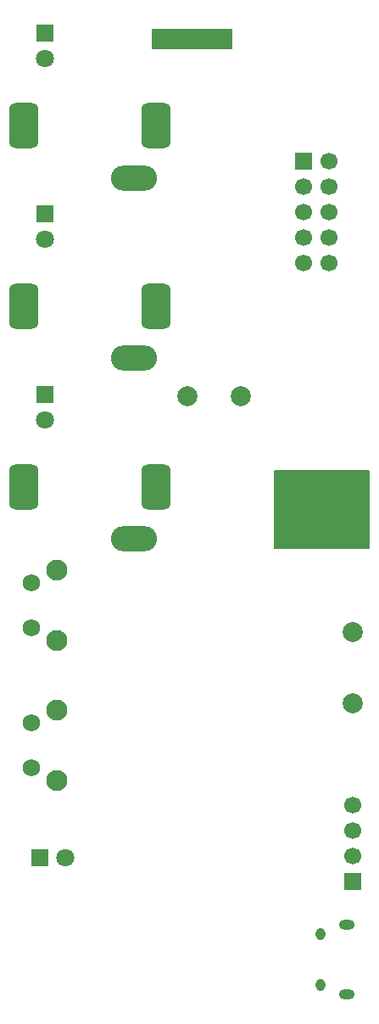
<source format=gbr>
%TF.GenerationSoftware,KiCad,Pcbnew,(6.0.1)*%
%TF.CreationDate,2022-03-12T16:38:44+00:00*%
%TF.ProjectId,Ball_Base_Components,42616c6c-5f42-4617-9365-5f436f6d706f,rev?*%
%TF.SameCoordinates,Original*%
%TF.FileFunction,Soldermask,Bot*%
%TF.FilePolarity,Negative*%
%FSLAX46Y46*%
G04 Gerber Fmt 4.6, Leading zero omitted, Abs format (unit mm)*
G04 Created by KiCad (PCBNEW (6.0.1)) date 2022-03-12 16:38:44*
%MOMM*%
%LPD*%
G01*
G04 APERTURE LIST*
G04 Aperture macros list*
%AMRoundRect*
0 Rectangle with rounded corners*
0 $1 Rounding radius*
0 $2 $3 $4 $5 $6 $7 $8 $9 X,Y pos of 4 corners*
0 Add a 4 corners polygon primitive as box body*
4,1,4,$2,$3,$4,$5,$6,$7,$8,$9,$2,$3,0*
0 Add four circle primitives for the rounded corners*
1,1,$1+$1,$2,$3*
1,1,$1+$1,$4,$5*
1,1,$1+$1,$6,$7*
1,1,$1+$1,$8,$9*
0 Add four rect primitives between the rounded corners*
20,1,$1+$1,$2,$3,$4,$5,0*
20,1,$1+$1,$4,$5,$6,$7,0*
20,1,$1+$1,$6,$7,$8,$9,0*
20,1,$1+$1,$8,$9,$2,$3,0*%
G04 Aperture macros list end*
%ADD10C,0.150000*%
%ADD11C,0.100000*%
%ADD12R,1.800000X1.800000*%
%ADD13C,1.800000*%
%ADD14C,2.000000*%
%ADD15R,1.700000X1.700000*%
%ADD16C,1.700000*%
%ADD17O,0.950000X1.250000*%
%ADD18O,1.550000X1.000000*%
%ADD19RoundRect,0.725000X-0.725000X1.575000X-0.725000X-1.575000X0.725000X-1.575000X0.725000X1.575000X0*%
%ADD20O,4.600000X2.500000*%
%ADD21C,2.100000*%
%ADD22C,1.750000*%
G04 APERTURE END LIST*
D10*
X152700000Y-101450000D02*
X162100000Y-101450000D01*
X162100000Y-101450000D02*
X162100000Y-109100000D01*
X162100000Y-109100000D02*
X152700000Y-109100000D01*
X152700000Y-109100000D02*
X152700000Y-101450000D01*
G36*
X152700000Y-101450000D02*
G01*
X162100000Y-101450000D01*
X162100000Y-109100000D01*
X152700000Y-109100000D01*
X152700000Y-101450000D01*
G37*
D11*
%TO.C,FID1*%
X148400000Y-59300000D02*
X140400000Y-59300000D01*
X140400000Y-59300000D02*
X140400000Y-57300000D01*
X140400000Y-57300000D02*
X148400000Y-57300000D01*
X148400000Y-57300000D02*
X148400000Y-59300000D01*
G36*
X148400000Y-59300000D02*
G01*
X140400000Y-59300000D01*
X140400000Y-57300000D01*
X148400000Y-57300000D01*
X148400000Y-59300000D01*
G37*
X148400000Y-59300000D02*
X140400000Y-59300000D01*
X140400000Y-57300000D01*
X148400000Y-57300000D01*
X148400000Y-59300000D01*
%TD*%
D12*
%TO.C,D5*%
X129700000Y-75800000D03*
D13*
X129700000Y-78340000D03*
%TD*%
D12*
%TO.C,D3*%
X129223750Y-140000000D03*
D13*
X131763750Y-140000000D03*
%TD*%
D14*
%TO.C,TP3*%
X149300000Y-94000000D03*
%TD*%
D12*
%TO.C,D4*%
X129700000Y-57725000D03*
D13*
X129700000Y-60265000D03*
%TD*%
D12*
%TO.C,D6*%
X129700000Y-93800000D03*
D13*
X129700000Y-96340000D03*
%TD*%
D14*
%TO.C,TP2*%
X160500000Y-117500000D03*
%TD*%
D15*
%TO.C,J2*%
X160500000Y-142380000D03*
D16*
X160500000Y-139840000D03*
X160500000Y-137300000D03*
X160500000Y-134760000D03*
%TD*%
D17*
%TO.C,J3*%
X157215000Y-152700000D03*
X157215000Y-147700000D03*
D18*
X159915000Y-146700000D03*
X159915000Y-153700000D03*
%TD*%
D19*
%TO.C,J5*%
X127600000Y-85000000D03*
D20*
X138600000Y-90200000D03*
D19*
X140800000Y-85000000D03*
%TD*%
D14*
%TO.C,TP1*%
X160500000Y-124600000D03*
%TD*%
D19*
%TO.C,J6*%
X127600000Y-103000000D03*
D20*
X138600000Y-108200000D03*
D19*
X140800000Y-103000000D03*
%TD*%
D21*
%TO.C,CONNECT1*%
X130890000Y-125340000D03*
X130890000Y-132350000D03*
D22*
X128400000Y-131100000D03*
X128400000Y-126600000D03*
%TD*%
D15*
%TO.C,J1*%
X155562500Y-70500000D03*
D16*
X158102500Y-70500000D03*
X155562500Y-73040000D03*
X158102500Y-73040000D03*
X155562500Y-75580000D03*
X158102500Y-75580000D03*
X155562500Y-78120000D03*
X158102500Y-78120000D03*
X155562500Y-80660000D03*
X158102500Y-80660000D03*
%TD*%
D21*
%TO.C,RESET1*%
X130890000Y-118350000D03*
X130890000Y-111340000D03*
D22*
X128400000Y-117100000D03*
X128400000Y-112600000D03*
%TD*%
D14*
%TO.C,TP4*%
X144000000Y-94000000D03*
%TD*%
D19*
%TO.C,J4*%
X127600000Y-67000000D03*
D20*
X138600000Y-72200000D03*
D19*
X140800000Y-67000000D03*
%TD*%
M02*

</source>
